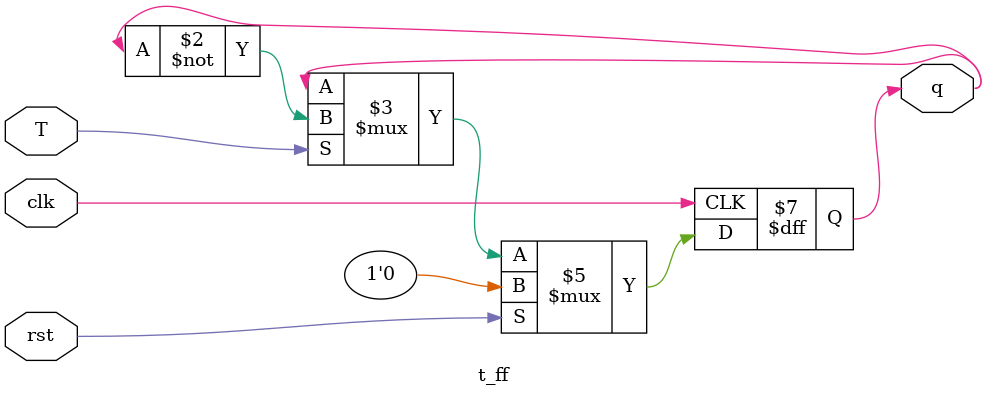
<source format=v>
module t_ff(T,clk,rst,q);
  input T,clk,rst;
  output reg q;
  always @(posedge clk) begin
    if (rst)
      q<=1'b0;
    else
      q<=T?~q:q;
  end
endmodule

</source>
